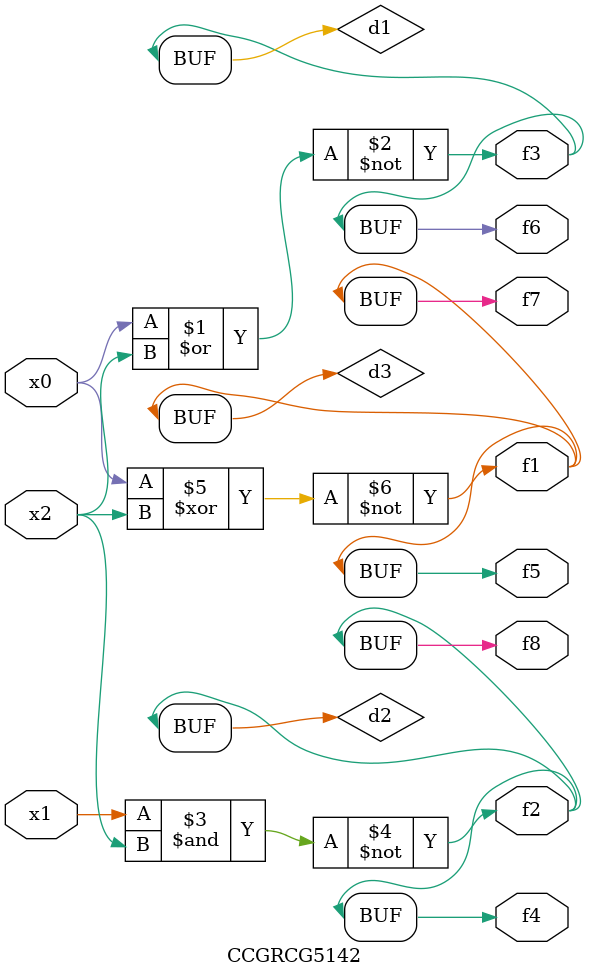
<source format=v>
module CCGRCG5142(
	input x0, x1, x2,
	output f1, f2, f3, f4, f5, f6, f7, f8
);

	wire d1, d2, d3;

	nor (d1, x0, x2);
	nand (d2, x1, x2);
	xnor (d3, x0, x2);
	assign f1 = d3;
	assign f2 = d2;
	assign f3 = d1;
	assign f4 = d2;
	assign f5 = d3;
	assign f6 = d1;
	assign f7 = d3;
	assign f8 = d2;
endmodule

</source>
